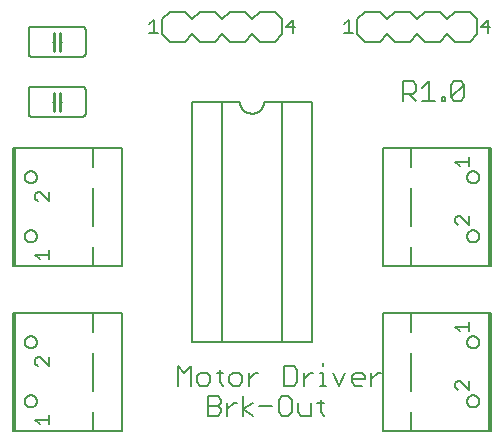
<source format=gto>
G75*
%MOIN*%
%OFA0B0*%
%FSLAX25Y25*%
%IPPOS*%
%LPD*%
%AMOC8*
5,1,8,0,0,1.08239X$1,22.5*
%
%ADD10C,0.00600*%
%ADD11C,0.00500*%
%ADD12C,0.01000*%
D10*
X0027099Y0037158D02*
X0027898Y0037158D01*
X0027898Y0076457D01*
X0053898Y0076457D01*
X0063300Y0076457D01*
X0063300Y0037158D01*
X0053898Y0037158D01*
X0027898Y0037158D01*
X0027099Y0037158D02*
X0027099Y0076457D01*
X0027898Y0076457D01*
X0031100Y0066657D02*
X0031102Y0066746D01*
X0031108Y0066835D01*
X0031118Y0066924D01*
X0031132Y0067012D01*
X0031149Y0067099D01*
X0031171Y0067185D01*
X0031197Y0067271D01*
X0031226Y0067355D01*
X0031259Y0067438D01*
X0031295Y0067519D01*
X0031336Y0067599D01*
X0031379Y0067676D01*
X0031426Y0067752D01*
X0031477Y0067825D01*
X0031530Y0067896D01*
X0031587Y0067965D01*
X0031647Y0068031D01*
X0031710Y0068095D01*
X0031775Y0068155D01*
X0031843Y0068213D01*
X0031914Y0068267D01*
X0031987Y0068318D01*
X0032062Y0068366D01*
X0032139Y0068411D01*
X0032218Y0068452D01*
X0032299Y0068489D01*
X0032381Y0068523D01*
X0032465Y0068554D01*
X0032550Y0068580D01*
X0032636Y0068603D01*
X0032723Y0068621D01*
X0032811Y0068636D01*
X0032900Y0068647D01*
X0032989Y0068654D01*
X0033078Y0068657D01*
X0033167Y0068656D01*
X0033256Y0068651D01*
X0033344Y0068642D01*
X0033433Y0068629D01*
X0033520Y0068612D01*
X0033607Y0068592D01*
X0033693Y0068567D01*
X0033777Y0068539D01*
X0033860Y0068507D01*
X0033942Y0068471D01*
X0034022Y0068432D01*
X0034100Y0068389D01*
X0034176Y0068343D01*
X0034250Y0068293D01*
X0034322Y0068240D01*
X0034391Y0068184D01*
X0034458Y0068125D01*
X0034522Y0068063D01*
X0034583Y0067999D01*
X0034642Y0067931D01*
X0034697Y0067861D01*
X0034749Y0067789D01*
X0034798Y0067714D01*
X0034843Y0067638D01*
X0034885Y0067559D01*
X0034923Y0067479D01*
X0034958Y0067397D01*
X0034989Y0067313D01*
X0035017Y0067228D01*
X0035040Y0067142D01*
X0035060Y0067055D01*
X0035076Y0066968D01*
X0035088Y0066879D01*
X0035096Y0066791D01*
X0035100Y0066702D01*
X0035100Y0066612D01*
X0035096Y0066523D01*
X0035088Y0066435D01*
X0035076Y0066346D01*
X0035060Y0066259D01*
X0035040Y0066172D01*
X0035017Y0066086D01*
X0034989Y0066001D01*
X0034958Y0065917D01*
X0034923Y0065835D01*
X0034885Y0065755D01*
X0034843Y0065676D01*
X0034798Y0065600D01*
X0034749Y0065525D01*
X0034697Y0065453D01*
X0034642Y0065383D01*
X0034583Y0065315D01*
X0034522Y0065251D01*
X0034458Y0065189D01*
X0034391Y0065130D01*
X0034322Y0065074D01*
X0034250Y0065021D01*
X0034176Y0064971D01*
X0034100Y0064925D01*
X0034022Y0064882D01*
X0033942Y0064843D01*
X0033860Y0064807D01*
X0033777Y0064775D01*
X0033693Y0064747D01*
X0033607Y0064722D01*
X0033520Y0064702D01*
X0033433Y0064685D01*
X0033344Y0064672D01*
X0033256Y0064663D01*
X0033167Y0064658D01*
X0033078Y0064657D01*
X0032989Y0064660D01*
X0032900Y0064667D01*
X0032811Y0064678D01*
X0032723Y0064693D01*
X0032636Y0064711D01*
X0032550Y0064734D01*
X0032465Y0064760D01*
X0032381Y0064791D01*
X0032299Y0064825D01*
X0032218Y0064862D01*
X0032139Y0064903D01*
X0032062Y0064948D01*
X0031987Y0064996D01*
X0031914Y0065047D01*
X0031843Y0065101D01*
X0031775Y0065159D01*
X0031710Y0065219D01*
X0031647Y0065283D01*
X0031587Y0065349D01*
X0031530Y0065418D01*
X0031477Y0065489D01*
X0031426Y0065562D01*
X0031379Y0065638D01*
X0031336Y0065715D01*
X0031295Y0065795D01*
X0031259Y0065876D01*
X0031226Y0065959D01*
X0031197Y0066043D01*
X0031171Y0066129D01*
X0031149Y0066215D01*
X0031132Y0066302D01*
X0031118Y0066390D01*
X0031108Y0066479D01*
X0031102Y0066568D01*
X0031100Y0066657D01*
X0031100Y0046957D02*
X0031102Y0047046D01*
X0031108Y0047135D01*
X0031118Y0047224D01*
X0031132Y0047312D01*
X0031149Y0047399D01*
X0031171Y0047485D01*
X0031197Y0047571D01*
X0031226Y0047655D01*
X0031259Y0047738D01*
X0031295Y0047819D01*
X0031336Y0047899D01*
X0031379Y0047976D01*
X0031426Y0048052D01*
X0031477Y0048125D01*
X0031530Y0048196D01*
X0031587Y0048265D01*
X0031647Y0048331D01*
X0031710Y0048395D01*
X0031775Y0048455D01*
X0031843Y0048513D01*
X0031914Y0048567D01*
X0031987Y0048618D01*
X0032062Y0048666D01*
X0032139Y0048711D01*
X0032218Y0048752D01*
X0032299Y0048789D01*
X0032381Y0048823D01*
X0032465Y0048854D01*
X0032550Y0048880D01*
X0032636Y0048903D01*
X0032723Y0048921D01*
X0032811Y0048936D01*
X0032900Y0048947D01*
X0032989Y0048954D01*
X0033078Y0048957D01*
X0033167Y0048956D01*
X0033256Y0048951D01*
X0033344Y0048942D01*
X0033433Y0048929D01*
X0033520Y0048912D01*
X0033607Y0048892D01*
X0033693Y0048867D01*
X0033777Y0048839D01*
X0033860Y0048807D01*
X0033942Y0048771D01*
X0034022Y0048732D01*
X0034100Y0048689D01*
X0034176Y0048643D01*
X0034250Y0048593D01*
X0034322Y0048540D01*
X0034391Y0048484D01*
X0034458Y0048425D01*
X0034522Y0048363D01*
X0034583Y0048299D01*
X0034642Y0048231D01*
X0034697Y0048161D01*
X0034749Y0048089D01*
X0034798Y0048014D01*
X0034843Y0047938D01*
X0034885Y0047859D01*
X0034923Y0047779D01*
X0034958Y0047697D01*
X0034989Y0047613D01*
X0035017Y0047528D01*
X0035040Y0047442D01*
X0035060Y0047355D01*
X0035076Y0047268D01*
X0035088Y0047179D01*
X0035096Y0047091D01*
X0035100Y0047002D01*
X0035100Y0046912D01*
X0035096Y0046823D01*
X0035088Y0046735D01*
X0035076Y0046646D01*
X0035060Y0046559D01*
X0035040Y0046472D01*
X0035017Y0046386D01*
X0034989Y0046301D01*
X0034958Y0046217D01*
X0034923Y0046135D01*
X0034885Y0046055D01*
X0034843Y0045976D01*
X0034798Y0045900D01*
X0034749Y0045825D01*
X0034697Y0045753D01*
X0034642Y0045683D01*
X0034583Y0045615D01*
X0034522Y0045551D01*
X0034458Y0045489D01*
X0034391Y0045430D01*
X0034322Y0045374D01*
X0034250Y0045321D01*
X0034176Y0045271D01*
X0034100Y0045225D01*
X0034022Y0045182D01*
X0033942Y0045143D01*
X0033860Y0045107D01*
X0033777Y0045075D01*
X0033693Y0045047D01*
X0033607Y0045022D01*
X0033520Y0045002D01*
X0033433Y0044985D01*
X0033344Y0044972D01*
X0033256Y0044963D01*
X0033167Y0044958D01*
X0033078Y0044957D01*
X0032989Y0044960D01*
X0032900Y0044967D01*
X0032811Y0044978D01*
X0032723Y0044993D01*
X0032636Y0045011D01*
X0032550Y0045034D01*
X0032465Y0045060D01*
X0032381Y0045091D01*
X0032299Y0045125D01*
X0032218Y0045162D01*
X0032139Y0045203D01*
X0032062Y0045248D01*
X0031987Y0045296D01*
X0031914Y0045347D01*
X0031843Y0045401D01*
X0031775Y0045459D01*
X0031710Y0045519D01*
X0031647Y0045583D01*
X0031587Y0045649D01*
X0031530Y0045718D01*
X0031477Y0045789D01*
X0031426Y0045862D01*
X0031379Y0045938D01*
X0031336Y0046015D01*
X0031295Y0046095D01*
X0031259Y0046176D01*
X0031226Y0046259D01*
X0031197Y0046343D01*
X0031171Y0046429D01*
X0031149Y0046515D01*
X0031132Y0046602D01*
X0031118Y0046690D01*
X0031108Y0046779D01*
X0031102Y0046868D01*
X0031100Y0046957D01*
X0053898Y0043457D02*
X0053898Y0037158D01*
X0053898Y0050457D02*
X0053898Y0063158D01*
X0053898Y0070158D02*
X0053898Y0076457D01*
X0053898Y0092158D02*
X0027898Y0092158D01*
X0027099Y0092158D01*
X0027099Y0131457D01*
X0027898Y0131457D01*
X0053898Y0131457D01*
X0063300Y0131457D01*
X0063300Y0092158D01*
X0053898Y0092158D01*
X0053898Y0098457D01*
X0053898Y0105457D02*
X0053898Y0118158D01*
X0053898Y0125158D02*
X0053898Y0131457D01*
X0050300Y0141800D02*
X0033300Y0141800D01*
X0033240Y0141802D01*
X0033179Y0141807D01*
X0033120Y0141816D01*
X0033061Y0141829D01*
X0033002Y0141845D01*
X0032945Y0141865D01*
X0032890Y0141888D01*
X0032835Y0141915D01*
X0032783Y0141944D01*
X0032732Y0141977D01*
X0032683Y0142013D01*
X0032637Y0142051D01*
X0032593Y0142093D01*
X0032551Y0142137D01*
X0032513Y0142183D01*
X0032477Y0142232D01*
X0032444Y0142283D01*
X0032415Y0142335D01*
X0032388Y0142390D01*
X0032365Y0142445D01*
X0032345Y0142502D01*
X0032329Y0142561D01*
X0032316Y0142620D01*
X0032307Y0142679D01*
X0032302Y0142740D01*
X0032300Y0142800D01*
X0032300Y0150800D01*
X0032302Y0150860D01*
X0032307Y0150921D01*
X0032316Y0150980D01*
X0032329Y0151039D01*
X0032345Y0151098D01*
X0032365Y0151155D01*
X0032388Y0151210D01*
X0032415Y0151265D01*
X0032444Y0151317D01*
X0032477Y0151368D01*
X0032513Y0151417D01*
X0032551Y0151463D01*
X0032593Y0151507D01*
X0032637Y0151549D01*
X0032683Y0151587D01*
X0032732Y0151623D01*
X0032783Y0151656D01*
X0032835Y0151685D01*
X0032890Y0151712D01*
X0032945Y0151735D01*
X0033002Y0151755D01*
X0033061Y0151771D01*
X0033120Y0151784D01*
X0033179Y0151793D01*
X0033240Y0151798D01*
X0033300Y0151800D01*
X0050300Y0151800D01*
X0050360Y0151798D01*
X0050421Y0151793D01*
X0050480Y0151784D01*
X0050539Y0151771D01*
X0050598Y0151755D01*
X0050655Y0151735D01*
X0050710Y0151712D01*
X0050765Y0151685D01*
X0050817Y0151656D01*
X0050868Y0151623D01*
X0050917Y0151587D01*
X0050963Y0151549D01*
X0051007Y0151507D01*
X0051049Y0151463D01*
X0051087Y0151417D01*
X0051123Y0151368D01*
X0051156Y0151317D01*
X0051185Y0151265D01*
X0051212Y0151210D01*
X0051235Y0151155D01*
X0051255Y0151098D01*
X0051271Y0151039D01*
X0051284Y0150980D01*
X0051293Y0150921D01*
X0051298Y0150860D01*
X0051300Y0150800D01*
X0051300Y0142800D01*
X0051298Y0142740D01*
X0051293Y0142679D01*
X0051284Y0142620D01*
X0051271Y0142561D01*
X0051255Y0142502D01*
X0051235Y0142445D01*
X0051212Y0142390D01*
X0051185Y0142335D01*
X0051156Y0142283D01*
X0051123Y0142232D01*
X0051087Y0142183D01*
X0051049Y0142137D01*
X0051007Y0142093D01*
X0050963Y0142051D01*
X0050917Y0142013D01*
X0050868Y0141977D01*
X0050817Y0141944D01*
X0050765Y0141915D01*
X0050710Y0141888D01*
X0050655Y0141865D01*
X0050598Y0141845D01*
X0050539Y0141829D01*
X0050480Y0141816D01*
X0050421Y0141807D01*
X0050360Y0141802D01*
X0050300Y0141800D01*
X0043300Y0146800D02*
X0042800Y0146800D01*
X0040800Y0146800D02*
X0040300Y0146800D01*
X0033300Y0161800D02*
X0050300Y0161800D01*
X0050360Y0161802D01*
X0050421Y0161807D01*
X0050480Y0161816D01*
X0050539Y0161829D01*
X0050598Y0161845D01*
X0050655Y0161865D01*
X0050710Y0161888D01*
X0050765Y0161915D01*
X0050817Y0161944D01*
X0050868Y0161977D01*
X0050917Y0162013D01*
X0050963Y0162051D01*
X0051007Y0162093D01*
X0051049Y0162137D01*
X0051087Y0162183D01*
X0051123Y0162232D01*
X0051156Y0162283D01*
X0051185Y0162335D01*
X0051212Y0162390D01*
X0051235Y0162445D01*
X0051255Y0162502D01*
X0051271Y0162561D01*
X0051284Y0162620D01*
X0051293Y0162679D01*
X0051298Y0162740D01*
X0051300Y0162800D01*
X0051300Y0170800D01*
X0051298Y0170860D01*
X0051293Y0170921D01*
X0051284Y0170980D01*
X0051271Y0171039D01*
X0051255Y0171098D01*
X0051235Y0171155D01*
X0051212Y0171210D01*
X0051185Y0171265D01*
X0051156Y0171317D01*
X0051123Y0171368D01*
X0051087Y0171417D01*
X0051049Y0171463D01*
X0051007Y0171507D01*
X0050963Y0171549D01*
X0050917Y0171587D01*
X0050868Y0171623D01*
X0050817Y0171656D01*
X0050765Y0171685D01*
X0050710Y0171712D01*
X0050655Y0171735D01*
X0050598Y0171755D01*
X0050539Y0171771D01*
X0050480Y0171784D01*
X0050421Y0171793D01*
X0050360Y0171798D01*
X0050300Y0171800D01*
X0033300Y0171800D01*
X0033240Y0171798D01*
X0033179Y0171793D01*
X0033120Y0171784D01*
X0033061Y0171771D01*
X0033002Y0171755D01*
X0032945Y0171735D01*
X0032890Y0171712D01*
X0032835Y0171685D01*
X0032783Y0171656D01*
X0032732Y0171623D01*
X0032683Y0171587D01*
X0032637Y0171549D01*
X0032593Y0171507D01*
X0032551Y0171463D01*
X0032513Y0171417D01*
X0032477Y0171368D01*
X0032444Y0171317D01*
X0032415Y0171265D01*
X0032388Y0171210D01*
X0032365Y0171155D01*
X0032345Y0171098D01*
X0032329Y0171039D01*
X0032316Y0170980D01*
X0032307Y0170921D01*
X0032302Y0170860D01*
X0032300Y0170800D01*
X0032300Y0162800D01*
X0032302Y0162740D01*
X0032307Y0162679D01*
X0032316Y0162620D01*
X0032329Y0162561D01*
X0032345Y0162502D01*
X0032365Y0162445D01*
X0032388Y0162390D01*
X0032415Y0162335D01*
X0032444Y0162283D01*
X0032477Y0162232D01*
X0032513Y0162183D01*
X0032551Y0162137D01*
X0032593Y0162093D01*
X0032637Y0162051D01*
X0032683Y0162013D01*
X0032732Y0161977D01*
X0032783Y0161944D01*
X0032835Y0161915D01*
X0032890Y0161888D01*
X0032945Y0161865D01*
X0033002Y0161845D01*
X0033061Y0161829D01*
X0033120Y0161816D01*
X0033179Y0161807D01*
X0033240Y0161802D01*
X0033300Y0161800D01*
X0040300Y0166800D02*
X0040800Y0166800D01*
X0042800Y0166800D02*
X0043300Y0166800D01*
X0076800Y0169300D02*
X0079300Y0166800D01*
X0084300Y0166800D01*
X0086800Y0169300D01*
X0089300Y0166800D01*
X0094300Y0166800D01*
X0096800Y0169300D01*
X0099300Y0166800D01*
X0104300Y0166800D01*
X0106800Y0169300D01*
X0109300Y0166800D01*
X0114300Y0166800D01*
X0116800Y0169300D01*
X0116800Y0174300D01*
X0114300Y0176800D01*
X0109300Y0176800D01*
X0106800Y0174300D01*
X0104300Y0176800D01*
X0099300Y0176800D01*
X0096800Y0174300D01*
X0094300Y0176800D01*
X0089300Y0176800D01*
X0086800Y0174300D01*
X0084300Y0176800D01*
X0079300Y0176800D01*
X0076800Y0174300D01*
X0076800Y0169300D01*
X0086800Y0146800D02*
X0096800Y0146800D01*
X0102800Y0146800D01*
X0102802Y0146674D01*
X0102808Y0146549D01*
X0102818Y0146424D01*
X0102832Y0146299D01*
X0102849Y0146174D01*
X0102871Y0146050D01*
X0102896Y0145927D01*
X0102926Y0145805D01*
X0102959Y0145684D01*
X0102996Y0145564D01*
X0103036Y0145445D01*
X0103081Y0145328D01*
X0103129Y0145211D01*
X0103181Y0145097D01*
X0103236Y0144984D01*
X0103295Y0144873D01*
X0103357Y0144764D01*
X0103423Y0144657D01*
X0103492Y0144552D01*
X0103564Y0144449D01*
X0103639Y0144348D01*
X0103718Y0144250D01*
X0103800Y0144155D01*
X0103884Y0144062D01*
X0103972Y0143972D01*
X0104062Y0143884D01*
X0104155Y0143800D01*
X0104250Y0143718D01*
X0104348Y0143639D01*
X0104449Y0143564D01*
X0104552Y0143492D01*
X0104657Y0143423D01*
X0104764Y0143357D01*
X0104873Y0143295D01*
X0104984Y0143236D01*
X0105097Y0143181D01*
X0105211Y0143129D01*
X0105328Y0143081D01*
X0105445Y0143036D01*
X0105564Y0142996D01*
X0105684Y0142959D01*
X0105805Y0142926D01*
X0105927Y0142896D01*
X0106050Y0142871D01*
X0106174Y0142849D01*
X0106299Y0142832D01*
X0106424Y0142818D01*
X0106549Y0142808D01*
X0106674Y0142802D01*
X0106800Y0142800D01*
X0106926Y0142802D01*
X0107051Y0142808D01*
X0107176Y0142818D01*
X0107301Y0142832D01*
X0107426Y0142849D01*
X0107550Y0142871D01*
X0107673Y0142896D01*
X0107795Y0142926D01*
X0107916Y0142959D01*
X0108036Y0142996D01*
X0108155Y0143036D01*
X0108272Y0143081D01*
X0108389Y0143129D01*
X0108503Y0143181D01*
X0108616Y0143236D01*
X0108727Y0143295D01*
X0108836Y0143357D01*
X0108943Y0143423D01*
X0109048Y0143492D01*
X0109151Y0143564D01*
X0109252Y0143639D01*
X0109350Y0143718D01*
X0109445Y0143800D01*
X0109538Y0143884D01*
X0109628Y0143972D01*
X0109716Y0144062D01*
X0109800Y0144155D01*
X0109882Y0144250D01*
X0109961Y0144348D01*
X0110036Y0144449D01*
X0110108Y0144552D01*
X0110177Y0144657D01*
X0110243Y0144764D01*
X0110305Y0144873D01*
X0110364Y0144984D01*
X0110419Y0145097D01*
X0110471Y0145211D01*
X0110519Y0145328D01*
X0110564Y0145445D01*
X0110604Y0145564D01*
X0110641Y0145684D01*
X0110674Y0145805D01*
X0110704Y0145927D01*
X0110729Y0146050D01*
X0110751Y0146174D01*
X0110768Y0146299D01*
X0110782Y0146424D01*
X0110792Y0146549D01*
X0110798Y0146674D01*
X0110800Y0146800D01*
X0116800Y0146800D01*
X0116800Y0066800D01*
X0096800Y0066800D01*
X0086800Y0066800D01*
X0086800Y0146800D01*
X0096800Y0146800D02*
X0096800Y0066800D01*
X0096059Y0057438D02*
X0096059Y0053168D01*
X0097126Y0052100D01*
X0099288Y0053168D02*
X0099288Y0055303D01*
X0100356Y0056370D01*
X0102491Y0056370D01*
X0103558Y0055303D01*
X0103558Y0053168D01*
X0102491Y0052100D01*
X0100356Y0052100D01*
X0099288Y0053168D01*
X0097126Y0056370D02*
X0094991Y0056370D01*
X0092816Y0055303D02*
X0091748Y0056370D01*
X0089613Y0056370D01*
X0088545Y0055303D01*
X0088545Y0053168D01*
X0089613Y0052100D01*
X0091748Y0052100D01*
X0092816Y0053168D01*
X0092816Y0055303D01*
X0092100Y0048505D02*
X0095303Y0048505D01*
X0096370Y0047438D01*
X0096370Y0046370D01*
X0095303Y0045303D01*
X0092100Y0045303D01*
X0092100Y0048505D02*
X0092100Y0042100D01*
X0095303Y0042100D01*
X0096370Y0043168D01*
X0096370Y0044235D01*
X0095303Y0045303D01*
X0098545Y0046370D02*
X0098545Y0042100D01*
X0098545Y0044235D02*
X0100681Y0046370D01*
X0101748Y0046370D01*
X0103917Y0044235D02*
X0107119Y0046370D01*
X0109288Y0045303D02*
X0113558Y0045303D01*
X0115733Y0047438D02*
X0115733Y0043168D01*
X0116801Y0042100D01*
X0118936Y0042100D01*
X0120004Y0043168D01*
X0120004Y0047438D01*
X0118936Y0048505D01*
X0116801Y0048505D01*
X0115733Y0047438D01*
X0117550Y0052100D02*
X0120753Y0052100D01*
X0121821Y0053168D01*
X0121821Y0057438D01*
X0120753Y0058505D01*
X0117550Y0058505D01*
X0117550Y0052100D01*
X0123996Y0052100D02*
X0123996Y0056370D01*
X0123996Y0054235D02*
X0126131Y0056370D01*
X0127198Y0056370D01*
X0129367Y0056370D02*
X0130435Y0056370D01*
X0130435Y0052100D01*
X0131502Y0052100D02*
X0129367Y0052100D01*
X0129692Y0047438D02*
X0129692Y0043168D01*
X0130760Y0042100D01*
X0130760Y0046370D02*
X0128624Y0046370D01*
X0126449Y0046370D02*
X0126449Y0042100D01*
X0123247Y0042100D01*
X0122179Y0043168D01*
X0122179Y0046370D01*
X0130435Y0058505D02*
X0130435Y0059573D01*
X0133664Y0056370D02*
X0135799Y0052100D01*
X0137934Y0056370D01*
X0140109Y0055303D02*
X0141177Y0056370D01*
X0143312Y0056370D01*
X0144380Y0055303D01*
X0144380Y0054235D01*
X0140109Y0054235D01*
X0140109Y0053168D02*
X0140109Y0055303D01*
X0140109Y0053168D02*
X0141177Y0052100D01*
X0143312Y0052100D01*
X0146555Y0052100D02*
X0146555Y0056370D01*
X0146555Y0054235D02*
X0148690Y0056370D01*
X0149758Y0056370D01*
X0159702Y0050442D02*
X0159702Y0063143D01*
X0159702Y0070143D02*
X0159702Y0076442D01*
X0185702Y0076442D01*
X0186501Y0076442D01*
X0186501Y0037143D01*
X0185702Y0037143D01*
X0159702Y0037143D01*
X0150300Y0037143D01*
X0150300Y0076442D01*
X0159702Y0076442D01*
X0159702Y0092143D02*
X0150300Y0092143D01*
X0150300Y0131442D01*
X0159702Y0131442D01*
X0185702Y0131442D01*
X0186501Y0131442D01*
X0186501Y0092143D01*
X0185702Y0092143D01*
X0159702Y0092143D01*
X0159702Y0098442D01*
X0159702Y0105442D02*
X0159702Y0118143D01*
X0159702Y0125143D02*
X0159702Y0131442D01*
X0161370Y0147100D02*
X0159235Y0149235D01*
X0160303Y0149235D02*
X0161370Y0150303D01*
X0161370Y0152438D01*
X0160303Y0153505D01*
X0157100Y0153505D01*
X0157100Y0147100D01*
X0157100Y0149235D02*
X0160303Y0149235D01*
X0163545Y0147100D02*
X0167816Y0147100D01*
X0165681Y0147100D02*
X0165681Y0153505D01*
X0163545Y0151370D01*
X0169991Y0148168D02*
X0169991Y0147100D01*
X0171059Y0147100D01*
X0171059Y0148168D01*
X0169991Y0148168D01*
X0173214Y0148168D02*
X0173214Y0152438D01*
X0174281Y0153505D01*
X0176416Y0153505D01*
X0177484Y0152438D01*
X0173214Y0148168D01*
X0174281Y0147100D01*
X0176416Y0147100D01*
X0177484Y0148168D01*
X0177484Y0152438D01*
X0179300Y0166800D02*
X0174300Y0166800D01*
X0171800Y0169300D01*
X0169300Y0166800D01*
X0164300Y0166800D01*
X0161800Y0169300D01*
X0159300Y0166800D01*
X0154300Y0166800D01*
X0151800Y0169300D01*
X0149300Y0166800D01*
X0144300Y0166800D01*
X0141800Y0169300D01*
X0141800Y0174300D01*
X0144300Y0176800D01*
X0149300Y0176800D01*
X0151800Y0174300D01*
X0154300Y0176800D01*
X0159300Y0176800D01*
X0161800Y0174300D01*
X0164300Y0176800D01*
X0169300Y0176800D01*
X0171800Y0174300D01*
X0174300Y0176800D01*
X0179300Y0176800D01*
X0181800Y0174300D01*
X0181800Y0169300D01*
X0179300Y0166800D01*
X0185702Y0131442D02*
X0185702Y0092143D01*
X0178500Y0101943D02*
X0178502Y0102032D01*
X0178508Y0102121D01*
X0178518Y0102210D01*
X0178532Y0102298D01*
X0178549Y0102385D01*
X0178571Y0102471D01*
X0178597Y0102557D01*
X0178626Y0102641D01*
X0178659Y0102724D01*
X0178695Y0102805D01*
X0178736Y0102885D01*
X0178779Y0102962D01*
X0178826Y0103038D01*
X0178877Y0103111D01*
X0178930Y0103182D01*
X0178987Y0103251D01*
X0179047Y0103317D01*
X0179110Y0103381D01*
X0179175Y0103441D01*
X0179243Y0103499D01*
X0179314Y0103553D01*
X0179387Y0103604D01*
X0179462Y0103652D01*
X0179539Y0103697D01*
X0179618Y0103738D01*
X0179699Y0103775D01*
X0179781Y0103809D01*
X0179865Y0103840D01*
X0179950Y0103866D01*
X0180036Y0103889D01*
X0180123Y0103907D01*
X0180211Y0103922D01*
X0180300Y0103933D01*
X0180389Y0103940D01*
X0180478Y0103943D01*
X0180567Y0103942D01*
X0180656Y0103937D01*
X0180744Y0103928D01*
X0180833Y0103915D01*
X0180920Y0103898D01*
X0181007Y0103878D01*
X0181093Y0103853D01*
X0181177Y0103825D01*
X0181260Y0103793D01*
X0181342Y0103757D01*
X0181422Y0103718D01*
X0181500Y0103675D01*
X0181576Y0103629D01*
X0181650Y0103579D01*
X0181722Y0103526D01*
X0181791Y0103470D01*
X0181858Y0103411D01*
X0181922Y0103349D01*
X0181983Y0103285D01*
X0182042Y0103217D01*
X0182097Y0103147D01*
X0182149Y0103075D01*
X0182198Y0103000D01*
X0182243Y0102924D01*
X0182285Y0102845D01*
X0182323Y0102765D01*
X0182358Y0102683D01*
X0182389Y0102599D01*
X0182417Y0102514D01*
X0182440Y0102428D01*
X0182460Y0102341D01*
X0182476Y0102254D01*
X0182488Y0102165D01*
X0182496Y0102077D01*
X0182500Y0101988D01*
X0182500Y0101898D01*
X0182496Y0101809D01*
X0182488Y0101721D01*
X0182476Y0101632D01*
X0182460Y0101545D01*
X0182440Y0101458D01*
X0182417Y0101372D01*
X0182389Y0101287D01*
X0182358Y0101203D01*
X0182323Y0101121D01*
X0182285Y0101041D01*
X0182243Y0100962D01*
X0182198Y0100886D01*
X0182149Y0100811D01*
X0182097Y0100739D01*
X0182042Y0100669D01*
X0181983Y0100601D01*
X0181922Y0100537D01*
X0181858Y0100475D01*
X0181791Y0100416D01*
X0181722Y0100360D01*
X0181650Y0100307D01*
X0181576Y0100257D01*
X0181500Y0100211D01*
X0181422Y0100168D01*
X0181342Y0100129D01*
X0181260Y0100093D01*
X0181177Y0100061D01*
X0181093Y0100033D01*
X0181007Y0100008D01*
X0180920Y0099988D01*
X0180833Y0099971D01*
X0180744Y0099958D01*
X0180656Y0099949D01*
X0180567Y0099944D01*
X0180478Y0099943D01*
X0180389Y0099946D01*
X0180300Y0099953D01*
X0180211Y0099964D01*
X0180123Y0099979D01*
X0180036Y0099997D01*
X0179950Y0100020D01*
X0179865Y0100046D01*
X0179781Y0100077D01*
X0179699Y0100111D01*
X0179618Y0100148D01*
X0179539Y0100189D01*
X0179462Y0100234D01*
X0179387Y0100282D01*
X0179314Y0100333D01*
X0179243Y0100387D01*
X0179175Y0100445D01*
X0179110Y0100505D01*
X0179047Y0100569D01*
X0178987Y0100635D01*
X0178930Y0100704D01*
X0178877Y0100775D01*
X0178826Y0100848D01*
X0178779Y0100924D01*
X0178736Y0101001D01*
X0178695Y0101081D01*
X0178659Y0101162D01*
X0178626Y0101245D01*
X0178597Y0101329D01*
X0178571Y0101415D01*
X0178549Y0101501D01*
X0178532Y0101588D01*
X0178518Y0101676D01*
X0178508Y0101765D01*
X0178502Y0101854D01*
X0178500Y0101943D01*
X0178500Y0121643D02*
X0178502Y0121732D01*
X0178508Y0121821D01*
X0178518Y0121910D01*
X0178532Y0121998D01*
X0178549Y0122085D01*
X0178571Y0122171D01*
X0178597Y0122257D01*
X0178626Y0122341D01*
X0178659Y0122424D01*
X0178695Y0122505D01*
X0178736Y0122585D01*
X0178779Y0122662D01*
X0178826Y0122738D01*
X0178877Y0122811D01*
X0178930Y0122882D01*
X0178987Y0122951D01*
X0179047Y0123017D01*
X0179110Y0123081D01*
X0179175Y0123141D01*
X0179243Y0123199D01*
X0179314Y0123253D01*
X0179387Y0123304D01*
X0179462Y0123352D01*
X0179539Y0123397D01*
X0179618Y0123438D01*
X0179699Y0123475D01*
X0179781Y0123509D01*
X0179865Y0123540D01*
X0179950Y0123566D01*
X0180036Y0123589D01*
X0180123Y0123607D01*
X0180211Y0123622D01*
X0180300Y0123633D01*
X0180389Y0123640D01*
X0180478Y0123643D01*
X0180567Y0123642D01*
X0180656Y0123637D01*
X0180744Y0123628D01*
X0180833Y0123615D01*
X0180920Y0123598D01*
X0181007Y0123578D01*
X0181093Y0123553D01*
X0181177Y0123525D01*
X0181260Y0123493D01*
X0181342Y0123457D01*
X0181422Y0123418D01*
X0181500Y0123375D01*
X0181576Y0123329D01*
X0181650Y0123279D01*
X0181722Y0123226D01*
X0181791Y0123170D01*
X0181858Y0123111D01*
X0181922Y0123049D01*
X0181983Y0122985D01*
X0182042Y0122917D01*
X0182097Y0122847D01*
X0182149Y0122775D01*
X0182198Y0122700D01*
X0182243Y0122624D01*
X0182285Y0122545D01*
X0182323Y0122465D01*
X0182358Y0122383D01*
X0182389Y0122299D01*
X0182417Y0122214D01*
X0182440Y0122128D01*
X0182460Y0122041D01*
X0182476Y0121954D01*
X0182488Y0121865D01*
X0182496Y0121777D01*
X0182500Y0121688D01*
X0182500Y0121598D01*
X0182496Y0121509D01*
X0182488Y0121421D01*
X0182476Y0121332D01*
X0182460Y0121245D01*
X0182440Y0121158D01*
X0182417Y0121072D01*
X0182389Y0120987D01*
X0182358Y0120903D01*
X0182323Y0120821D01*
X0182285Y0120741D01*
X0182243Y0120662D01*
X0182198Y0120586D01*
X0182149Y0120511D01*
X0182097Y0120439D01*
X0182042Y0120369D01*
X0181983Y0120301D01*
X0181922Y0120237D01*
X0181858Y0120175D01*
X0181791Y0120116D01*
X0181722Y0120060D01*
X0181650Y0120007D01*
X0181576Y0119957D01*
X0181500Y0119911D01*
X0181422Y0119868D01*
X0181342Y0119829D01*
X0181260Y0119793D01*
X0181177Y0119761D01*
X0181093Y0119733D01*
X0181007Y0119708D01*
X0180920Y0119688D01*
X0180833Y0119671D01*
X0180744Y0119658D01*
X0180656Y0119649D01*
X0180567Y0119644D01*
X0180478Y0119643D01*
X0180389Y0119646D01*
X0180300Y0119653D01*
X0180211Y0119664D01*
X0180123Y0119679D01*
X0180036Y0119697D01*
X0179950Y0119720D01*
X0179865Y0119746D01*
X0179781Y0119777D01*
X0179699Y0119811D01*
X0179618Y0119848D01*
X0179539Y0119889D01*
X0179462Y0119934D01*
X0179387Y0119982D01*
X0179314Y0120033D01*
X0179243Y0120087D01*
X0179175Y0120145D01*
X0179110Y0120205D01*
X0179047Y0120269D01*
X0178987Y0120335D01*
X0178930Y0120404D01*
X0178877Y0120475D01*
X0178826Y0120548D01*
X0178779Y0120624D01*
X0178736Y0120701D01*
X0178695Y0120781D01*
X0178659Y0120862D01*
X0178626Y0120945D01*
X0178597Y0121029D01*
X0178571Y0121115D01*
X0178549Y0121201D01*
X0178532Y0121288D01*
X0178518Y0121376D01*
X0178508Y0121465D01*
X0178502Y0121554D01*
X0178500Y0121643D01*
X0185702Y0076442D02*
X0185702Y0037143D01*
X0178500Y0046943D02*
X0178502Y0047032D01*
X0178508Y0047121D01*
X0178518Y0047210D01*
X0178532Y0047298D01*
X0178549Y0047385D01*
X0178571Y0047471D01*
X0178597Y0047557D01*
X0178626Y0047641D01*
X0178659Y0047724D01*
X0178695Y0047805D01*
X0178736Y0047885D01*
X0178779Y0047962D01*
X0178826Y0048038D01*
X0178877Y0048111D01*
X0178930Y0048182D01*
X0178987Y0048251D01*
X0179047Y0048317D01*
X0179110Y0048381D01*
X0179175Y0048441D01*
X0179243Y0048499D01*
X0179314Y0048553D01*
X0179387Y0048604D01*
X0179462Y0048652D01*
X0179539Y0048697D01*
X0179618Y0048738D01*
X0179699Y0048775D01*
X0179781Y0048809D01*
X0179865Y0048840D01*
X0179950Y0048866D01*
X0180036Y0048889D01*
X0180123Y0048907D01*
X0180211Y0048922D01*
X0180300Y0048933D01*
X0180389Y0048940D01*
X0180478Y0048943D01*
X0180567Y0048942D01*
X0180656Y0048937D01*
X0180744Y0048928D01*
X0180833Y0048915D01*
X0180920Y0048898D01*
X0181007Y0048878D01*
X0181093Y0048853D01*
X0181177Y0048825D01*
X0181260Y0048793D01*
X0181342Y0048757D01*
X0181422Y0048718D01*
X0181500Y0048675D01*
X0181576Y0048629D01*
X0181650Y0048579D01*
X0181722Y0048526D01*
X0181791Y0048470D01*
X0181858Y0048411D01*
X0181922Y0048349D01*
X0181983Y0048285D01*
X0182042Y0048217D01*
X0182097Y0048147D01*
X0182149Y0048075D01*
X0182198Y0048000D01*
X0182243Y0047924D01*
X0182285Y0047845D01*
X0182323Y0047765D01*
X0182358Y0047683D01*
X0182389Y0047599D01*
X0182417Y0047514D01*
X0182440Y0047428D01*
X0182460Y0047341D01*
X0182476Y0047254D01*
X0182488Y0047165D01*
X0182496Y0047077D01*
X0182500Y0046988D01*
X0182500Y0046898D01*
X0182496Y0046809D01*
X0182488Y0046721D01*
X0182476Y0046632D01*
X0182460Y0046545D01*
X0182440Y0046458D01*
X0182417Y0046372D01*
X0182389Y0046287D01*
X0182358Y0046203D01*
X0182323Y0046121D01*
X0182285Y0046041D01*
X0182243Y0045962D01*
X0182198Y0045886D01*
X0182149Y0045811D01*
X0182097Y0045739D01*
X0182042Y0045669D01*
X0181983Y0045601D01*
X0181922Y0045537D01*
X0181858Y0045475D01*
X0181791Y0045416D01*
X0181722Y0045360D01*
X0181650Y0045307D01*
X0181576Y0045257D01*
X0181500Y0045211D01*
X0181422Y0045168D01*
X0181342Y0045129D01*
X0181260Y0045093D01*
X0181177Y0045061D01*
X0181093Y0045033D01*
X0181007Y0045008D01*
X0180920Y0044988D01*
X0180833Y0044971D01*
X0180744Y0044958D01*
X0180656Y0044949D01*
X0180567Y0044944D01*
X0180478Y0044943D01*
X0180389Y0044946D01*
X0180300Y0044953D01*
X0180211Y0044964D01*
X0180123Y0044979D01*
X0180036Y0044997D01*
X0179950Y0045020D01*
X0179865Y0045046D01*
X0179781Y0045077D01*
X0179699Y0045111D01*
X0179618Y0045148D01*
X0179539Y0045189D01*
X0179462Y0045234D01*
X0179387Y0045282D01*
X0179314Y0045333D01*
X0179243Y0045387D01*
X0179175Y0045445D01*
X0179110Y0045505D01*
X0179047Y0045569D01*
X0178987Y0045635D01*
X0178930Y0045704D01*
X0178877Y0045775D01*
X0178826Y0045848D01*
X0178779Y0045924D01*
X0178736Y0046001D01*
X0178695Y0046081D01*
X0178659Y0046162D01*
X0178626Y0046245D01*
X0178597Y0046329D01*
X0178571Y0046415D01*
X0178549Y0046501D01*
X0178532Y0046588D01*
X0178518Y0046676D01*
X0178508Y0046765D01*
X0178502Y0046854D01*
X0178500Y0046943D01*
X0159702Y0043442D02*
X0159702Y0037143D01*
X0178500Y0066643D02*
X0178502Y0066732D01*
X0178508Y0066821D01*
X0178518Y0066910D01*
X0178532Y0066998D01*
X0178549Y0067085D01*
X0178571Y0067171D01*
X0178597Y0067257D01*
X0178626Y0067341D01*
X0178659Y0067424D01*
X0178695Y0067505D01*
X0178736Y0067585D01*
X0178779Y0067662D01*
X0178826Y0067738D01*
X0178877Y0067811D01*
X0178930Y0067882D01*
X0178987Y0067951D01*
X0179047Y0068017D01*
X0179110Y0068081D01*
X0179175Y0068141D01*
X0179243Y0068199D01*
X0179314Y0068253D01*
X0179387Y0068304D01*
X0179462Y0068352D01*
X0179539Y0068397D01*
X0179618Y0068438D01*
X0179699Y0068475D01*
X0179781Y0068509D01*
X0179865Y0068540D01*
X0179950Y0068566D01*
X0180036Y0068589D01*
X0180123Y0068607D01*
X0180211Y0068622D01*
X0180300Y0068633D01*
X0180389Y0068640D01*
X0180478Y0068643D01*
X0180567Y0068642D01*
X0180656Y0068637D01*
X0180744Y0068628D01*
X0180833Y0068615D01*
X0180920Y0068598D01*
X0181007Y0068578D01*
X0181093Y0068553D01*
X0181177Y0068525D01*
X0181260Y0068493D01*
X0181342Y0068457D01*
X0181422Y0068418D01*
X0181500Y0068375D01*
X0181576Y0068329D01*
X0181650Y0068279D01*
X0181722Y0068226D01*
X0181791Y0068170D01*
X0181858Y0068111D01*
X0181922Y0068049D01*
X0181983Y0067985D01*
X0182042Y0067917D01*
X0182097Y0067847D01*
X0182149Y0067775D01*
X0182198Y0067700D01*
X0182243Y0067624D01*
X0182285Y0067545D01*
X0182323Y0067465D01*
X0182358Y0067383D01*
X0182389Y0067299D01*
X0182417Y0067214D01*
X0182440Y0067128D01*
X0182460Y0067041D01*
X0182476Y0066954D01*
X0182488Y0066865D01*
X0182496Y0066777D01*
X0182500Y0066688D01*
X0182500Y0066598D01*
X0182496Y0066509D01*
X0182488Y0066421D01*
X0182476Y0066332D01*
X0182460Y0066245D01*
X0182440Y0066158D01*
X0182417Y0066072D01*
X0182389Y0065987D01*
X0182358Y0065903D01*
X0182323Y0065821D01*
X0182285Y0065741D01*
X0182243Y0065662D01*
X0182198Y0065586D01*
X0182149Y0065511D01*
X0182097Y0065439D01*
X0182042Y0065369D01*
X0181983Y0065301D01*
X0181922Y0065237D01*
X0181858Y0065175D01*
X0181791Y0065116D01*
X0181722Y0065060D01*
X0181650Y0065007D01*
X0181576Y0064957D01*
X0181500Y0064911D01*
X0181422Y0064868D01*
X0181342Y0064829D01*
X0181260Y0064793D01*
X0181177Y0064761D01*
X0181093Y0064733D01*
X0181007Y0064708D01*
X0180920Y0064688D01*
X0180833Y0064671D01*
X0180744Y0064658D01*
X0180656Y0064649D01*
X0180567Y0064644D01*
X0180478Y0064643D01*
X0180389Y0064646D01*
X0180300Y0064653D01*
X0180211Y0064664D01*
X0180123Y0064679D01*
X0180036Y0064697D01*
X0179950Y0064720D01*
X0179865Y0064746D01*
X0179781Y0064777D01*
X0179699Y0064811D01*
X0179618Y0064848D01*
X0179539Y0064889D01*
X0179462Y0064934D01*
X0179387Y0064982D01*
X0179314Y0065033D01*
X0179243Y0065087D01*
X0179175Y0065145D01*
X0179110Y0065205D01*
X0179047Y0065269D01*
X0178987Y0065335D01*
X0178930Y0065404D01*
X0178877Y0065475D01*
X0178826Y0065548D01*
X0178779Y0065624D01*
X0178736Y0065701D01*
X0178695Y0065781D01*
X0178659Y0065862D01*
X0178626Y0065945D01*
X0178597Y0066029D01*
X0178571Y0066115D01*
X0178549Y0066201D01*
X0178532Y0066288D01*
X0178518Y0066376D01*
X0178508Y0066465D01*
X0178502Y0066554D01*
X0178500Y0066643D01*
X0126800Y0066800D02*
X0116800Y0066800D01*
X0126800Y0066800D02*
X0126800Y0146800D01*
X0116800Y0146800D01*
X0031100Y0121657D02*
X0031102Y0121746D01*
X0031108Y0121835D01*
X0031118Y0121924D01*
X0031132Y0122012D01*
X0031149Y0122099D01*
X0031171Y0122185D01*
X0031197Y0122271D01*
X0031226Y0122355D01*
X0031259Y0122438D01*
X0031295Y0122519D01*
X0031336Y0122599D01*
X0031379Y0122676D01*
X0031426Y0122752D01*
X0031477Y0122825D01*
X0031530Y0122896D01*
X0031587Y0122965D01*
X0031647Y0123031D01*
X0031710Y0123095D01*
X0031775Y0123155D01*
X0031843Y0123213D01*
X0031914Y0123267D01*
X0031987Y0123318D01*
X0032062Y0123366D01*
X0032139Y0123411D01*
X0032218Y0123452D01*
X0032299Y0123489D01*
X0032381Y0123523D01*
X0032465Y0123554D01*
X0032550Y0123580D01*
X0032636Y0123603D01*
X0032723Y0123621D01*
X0032811Y0123636D01*
X0032900Y0123647D01*
X0032989Y0123654D01*
X0033078Y0123657D01*
X0033167Y0123656D01*
X0033256Y0123651D01*
X0033344Y0123642D01*
X0033433Y0123629D01*
X0033520Y0123612D01*
X0033607Y0123592D01*
X0033693Y0123567D01*
X0033777Y0123539D01*
X0033860Y0123507D01*
X0033942Y0123471D01*
X0034022Y0123432D01*
X0034100Y0123389D01*
X0034176Y0123343D01*
X0034250Y0123293D01*
X0034322Y0123240D01*
X0034391Y0123184D01*
X0034458Y0123125D01*
X0034522Y0123063D01*
X0034583Y0122999D01*
X0034642Y0122931D01*
X0034697Y0122861D01*
X0034749Y0122789D01*
X0034798Y0122714D01*
X0034843Y0122638D01*
X0034885Y0122559D01*
X0034923Y0122479D01*
X0034958Y0122397D01*
X0034989Y0122313D01*
X0035017Y0122228D01*
X0035040Y0122142D01*
X0035060Y0122055D01*
X0035076Y0121968D01*
X0035088Y0121879D01*
X0035096Y0121791D01*
X0035100Y0121702D01*
X0035100Y0121612D01*
X0035096Y0121523D01*
X0035088Y0121435D01*
X0035076Y0121346D01*
X0035060Y0121259D01*
X0035040Y0121172D01*
X0035017Y0121086D01*
X0034989Y0121001D01*
X0034958Y0120917D01*
X0034923Y0120835D01*
X0034885Y0120755D01*
X0034843Y0120676D01*
X0034798Y0120600D01*
X0034749Y0120525D01*
X0034697Y0120453D01*
X0034642Y0120383D01*
X0034583Y0120315D01*
X0034522Y0120251D01*
X0034458Y0120189D01*
X0034391Y0120130D01*
X0034322Y0120074D01*
X0034250Y0120021D01*
X0034176Y0119971D01*
X0034100Y0119925D01*
X0034022Y0119882D01*
X0033942Y0119843D01*
X0033860Y0119807D01*
X0033777Y0119775D01*
X0033693Y0119747D01*
X0033607Y0119722D01*
X0033520Y0119702D01*
X0033433Y0119685D01*
X0033344Y0119672D01*
X0033256Y0119663D01*
X0033167Y0119658D01*
X0033078Y0119657D01*
X0032989Y0119660D01*
X0032900Y0119667D01*
X0032811Y0119678D01*
X0032723Y0119693D01*
X0032636Y0119711D01*
X0032550Y0119734D01*
X0032465Y0119760D01*
X0032381Y0119791D01*
X0032299Y0119825D01*
X0032218Y0119862D01*
X0032139Y0119903D01*
X0032062Y0119948D01*
X0031987Y0119996D01*
X0031914Y0120047D01*
X0031843Y0120101D01*
X0031775Y0120159D01*
X0031710Y0120219D01*
X0031647Y0120283D01*
X0031587Y0120349D01*
X0031530Y0120418D01*
X0031477Y0120489D01*
X0031426Y0120562D01*
X0031379Y0120638D01*
X0031336Y0120715D01*
X0031295Y0120795D01*
X0031259Y0120876D01*
X0031226Y0120959D01*
X0031197Y0121043D01*
X0031171Y0121129D01*
X0031149Y0121215D01*
X0031132Y0121302D01*
X0031118Y0121390D01*
X0031108Y0121479D01*
X0031102Y0121568D01*
X0031100Y0121657D01*
X0027898Y0131457D02*
X0027898Y0092158D01*
X0031100Y0101957D02*
X0031102Y0102046D01*
X0031108Y0102135D01*
X0031118Y0102224D01*
X0031132Y0102312D01*
X0031149Y0102399D01*
X0031171Y0102485D01*
X0031197Y0102571D01*
X0031226Y0102655D01*
X0031259Y0102738D01*
X0031295Y0102819D01*
X0031336Y0102899D01*
X0031379Y0102976D01*
X0031426Y0103052D01*
X0031477Y0103125D01*
X0031530Y0103196D01*
X0031587Y0103265D01*
X0031647Y0103331D01*
X0031710Y0103395D01*
X0031775Y0103455D01*
X0031843Y0103513D01*
X0031914Y0103567D01*
X0031987Y0103618D01*
X0032062Y0103666D01*
X0032139Y0103711D01*
X0032218Y0103752D01*
X0032299Y0103789D01*
X0032381Y0103823D01*
X0032465Y0103854D01*
X0032550Y0103880D01*
X0032636Y0103903D01*
X0032723Y0103921D01*
X0032811Y0103936D01*
X0032900Y0103947D01*
X0032989Y0103954D01*
X0033078Y0103957D01*
X0033167Y0103956D01*
X0033256Y0103951D01*
X0033344Y0103942D01*
X0033433Y0103929D01*
X0033520Y0103912D01*
X0033607Y0103892D01*
X0033693Y0103867D01*
X0033777Y0103839D01*
X0033860Y0103807D01*
X0033942Y0103771D01*
X0034022Y0103732D01*
X0034100Y0103689D01*
X0034176Y0103643D01*
X0034250Y0103593D01*
X0034322Y0103540D01*
X0034391Y0103484D01*
X0034458Y0103425D01*
X0034522Y0103363D01*
X0034583Y0103299D01*
X0034642Y0103231D01*
X0034697Y0103161D01*
X0034749Y0103089D01*
X0034798Y0103014D01*
X0034843Y0102938D01*
X0034885Y0102859D01*
X0034923Y0102779D01*
X0034958Y0102697D01*
X0034989Y0102613D01*
X0035017Y0102528D01*
X0035040Y0102442D01*
X0035060Y0102355D01*
X0035076Y0102268D01*
X0035088Y0102179D01*
X0035096Y0102091D01*
X0035100Y0102002D01*
X0035100Y0101912D01*
X0035096Y0101823D01*
X0035088Y0101735D01*
X0035076Y0101646D01*
X0035060Y0101559D01*
X0035040Y0101472D01*
X0035017Y0101386D01*
X0034989Y0101301D01*
X0034958Y0101217D01*
X0034923Y0101135D01*
X0034885Y0101055D01*
X0034843Y0100976D01*
X0034798Y0100900D01*
X0034749Y0100825D01*
X0034697Y0100753D01*
X0034642Y0100683D01*
X0034583Y0100615D01*
X0034522Y0100551D01*
X0034458Y0100489D01*
X0034391Y0100430D01*
X0034322Y0100374D01*
X0034250Y0100321D01*
X0034176Y0100271D01*
X0034100Y0100225D01*
X0034022Y0100182D01*
X0033942Y0100143D01*
X0033860Y0100107D01*
X0033777Y0100075D01*
X0033693Y0100047D01*
X0033607Y0100022D01*
X0033520Y0100002D01*
X0033433Y0099985D01*
X0033344Y0099972D01*
X0033256Y0099963D01*
X0033167Y0099958D01*
X0033078Y0099957D01*
X0032989Y0099960D01*
X0032900Y0099967D01*
X0032811Y0099978D01*
X0032723Y0099993D01*
X0032636Y0100011D01*
X0032550Y0100034D01*
X0032465Y0100060D01*
X0032381Y0100091D01*
X0032299Y0100125D01*
X0032218Y0100162D01*
X0032139Y0100203D01*
X0032062Y0100248D01*
X0031987Y0100296D01*
X0031914Y0100347D01*
X0031843Y0100401D01*
X0031775Y0100459D01*
X0031710Y0100519D01*
X0031647Y0100583D01*
X0031587Y0100649D01*
X0031530Y0100718D01*
X0031477Y0100789D01*
X0031426Y0100862D01*
X0031379Y0100938D01*
X0031336Y0101015D01*
X0031295Y0101095D01*
X0031259Y0101176D01*
X0031226Y0101259D01*
X0031197Y0101343D01*
X0031171Y0101429D01*
X0031149Y0101515D01*
X0031132Y0101602D01*
X0031118Y0101690D01*
X0031108Y0101779D01*
X0031102Y0101868D01*
X0031100Y0101957D01*
X0082100Y0058505D02*
X0082100Y0052100D01*
X0086370Y0052100D02*
X0086370Y0058505D01*
X0084235Y0056370D01*
X0082100Y0058505D01*
X0103917Y0048505D02*
X0103917Y0042100D01*
X0103917Y0044235D02*
X0107119Y0042100D01*
X0105733Y0052100D02*
X0105733Y0056370D01*
X0105733Y0054235D02*
X0107869Y0056370D01*
X0108936Y0056370D01*
D11*
X0174546Y0053041D02*
X0174546Y0051539D01*
X0175297Y0050789D01*
X0174546Y0053041D02*
X0175297Y0053791D01*
X0176047Y0053791D01*
X0179050Y0050789D01*
X0179050Y0053791D01*
X0179050Y0070289D02*
X0179050Y0073291D01*
X0179050Y0071790D02*
X0174546Y0071790D01*
X0176047Y0070289D01*
X0175297Y0105789D02*
X0174546Y0106539D01*
X0174546Y0108041D01*
X0175297Y0108791D01*
X0176047Y0108791D01*
X0179050Y0105789D01*
X0179050Y0108791D01*
X0179050Y0125289D02*
X0179050Y0128291D01*
X0179050Y0126790D02*
X0174546Y0126790D01*
X0176047Y0125289D01*
X0185302Y0169550D02*
X0185302Y0174054D01*
X0183050Y0171802D01*
X0186053Y0171802D01*
X0140553Y0169550D02*
X0137550Y0169550D01*
X0139051Y0169550D02*
X0139051Y0174054D01*
X0137550Y0172553D01*
X0121053Y0171802D02*
X0118050Y0171802D01*
X0120302Y0174054D01*
X0120302Y0169550D01*
X0075553Y0169550D02*
X0072550Y0169550D01*
X0074051Y0169550D02*
X0074051Y0174054D01*
X0072550Y0172553D01*
X0039050Y0116710D02*
X0039050Y0113707D01*
X0036047Y0116710D01*
X0035297Y0116710D01*
X0034546Y0115959D01*
X0034546Y0114458D01*
X0035297Y0113707D01*
X0039050Y0097210D02*
X0039050Y0094207D01*
X0039050Y0095709D02*
X0034546Y0095709D01*
X0036047Y0094207D01*
X0036047Y0061710D02*
X0035297Y0061710D01*
X0034546Y0060959D01*
X0034546Y0059458D01*
X0035297Y0058707D01*
X0036047Y0061710D02*
X0039050Y0058707D01*
X0039050Y0061710D01*
X0039050Y0042210D02*
X0039050Y0039207D01*
X0039050Y0040709D02*
X0034546Y0040709D01*
X0036047Y0039207D01*
D12*
X0040800Y0143800D02*
X0040800Y0146800D01*
X0040800Y0149800D01*
X0042800Y0149800D02*
X0042800Y0146800D01*
X0042800Y0143800D01*
X0042800Y0163800D02*
X0042800Y0166800D01*
X0042800Y0169800D01*
X0040800Y0169800D02*
X0040800Y0166800D01*
X0040800Y0163800D01*
M02*

</source>
